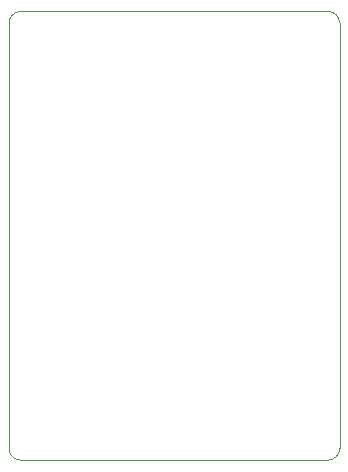
<source format=gm1>
G04 #@! TF.GenerationSoftware,KiCad,Pcbnew,6.0.10-86aedd382b~118~ubuntu20.04.1*
G04 #@! TF.CreationDate,2023-01-08T02:49:30+01:00*
G04 #@! TF.ProjectId,TempExt,54656d70-4578-4742-9e6b-696361645f70,rev?*
G04 #@! TF.SameCoordinates,Original*
G04 #@! TF.FileFunction,Profile,NP*
%FSLAX46Y46*%
G04 Gerber Fmt 4.6, Leading zero omitted, Abs format (unit mm)*
G04 Created by KiCad (PCBNEW 6.0.10-86aedd382b~118~ubuntu20.04.1) date 2023-01-08 02:49:30*
%MOMM*%
%LPD*%
G01*
G04 APERTURE LIST*
G04 #@! TA.AperFunction,Profile*
%ADD10C,0.100000*%
G04 #@! TD*
G04 APERTURE END LIST*
D10*
X109000000Y-130000000D02*
X108992893Y-94007107D01*
X136000000Y-131000000D02*
X110000000Y-131000000D01*
X137000000Y-94000000D02*
X137000000Y-129992893D01*
X110000000Y-93000000D02*
X135992893Y-93000000D01*
X136000000Y-130999975D02*
G75*
G03*
X137000000Y-129992893I-7100J1007075D01*
G01*
X109000000Y-130000000D02*
G75*
G03*
X110000000Y-131000000I982500J-17500D01*
G01*
X136999975Y-94000000D02*
G75*
G03*
X135992893Y-93000000I-1007075J-7100D01*
G01*
X110000000Y-93000000D02*
G75*
G03*
X108992893Y-94007107I7193J-1014300D01*
G01*
M02*

</source>
